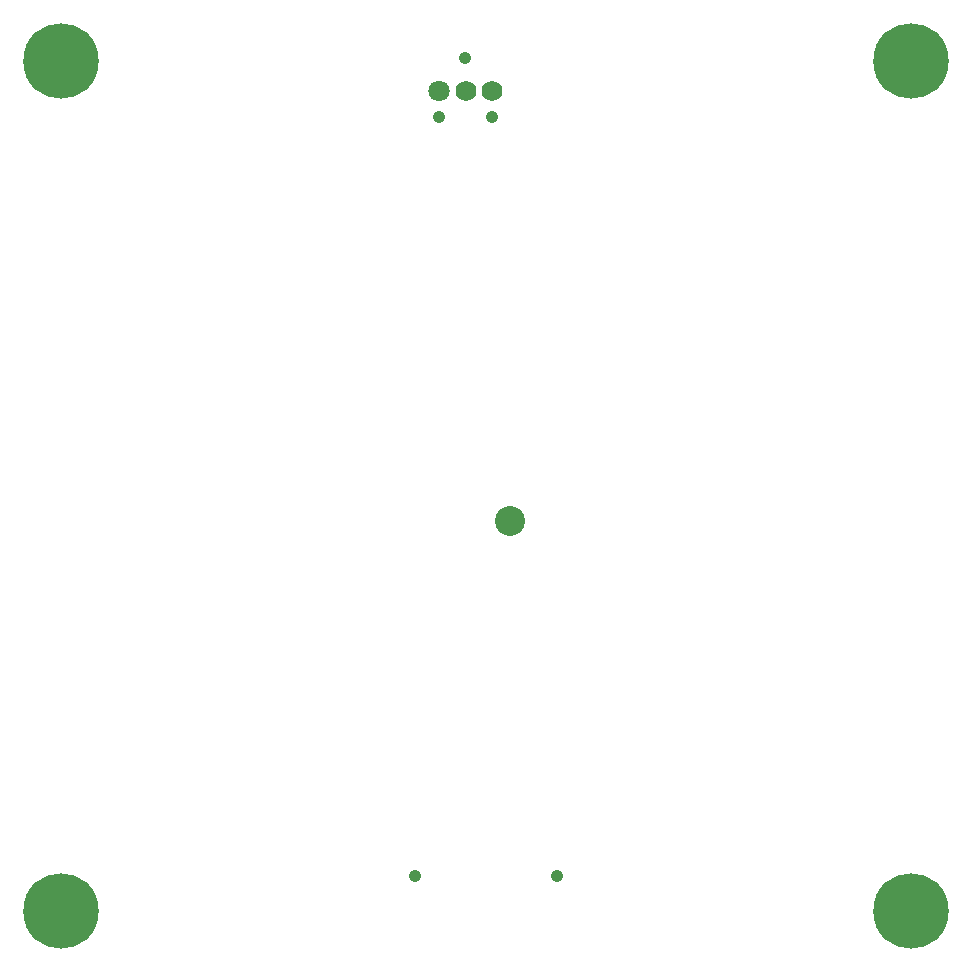
<source format=gbr>
G04 #@! TF.FileFunction,Soldermask,Bot*
%FSLAX46Y46*%
G04 Gerber Fmt 4.6, Leading zero omitted, Abs format (unit mm)*
G04 Created by KiCad (PCBNEW 4.0.7-e2-6376~58~ubuntu16.04.1) date Mon Apr 23 10:52:02 2018*
%MOMM*%
%LPD*%
G01*
G04 APERTURE LIST*
%ADD10C,0.100000*%
%ADD11C,1.040000*%
%ADD12C,1.564000*%
%ADD13C,2.540000*%
%ADD14C,6.390000*%
%ADD15C,1.760000*%
%ADD16C,1.800000*%
G04 APERTURE END LIST*
D10*
D11*
X148200000Y-63800000D03*
X150500000Y-68750000D03*
X156000000Y-133000000D03*
D12*
X152000000Y-103000000D03*
D13*
X152000000Y-103000000D03*
D14*
X114000000Y-136000000D03*
X186000000Y-136000000D03*
X114000000Y-64000000D03*
X186000000Y-64000000D03*
D11*
X144000000Y-133000000D03*
D15*
X148260000Y-66600000D03*
D11*
X146000000Y-68750000D03*
D15*
X150500000Y-66600000D03*
D16*
X146000000Y-66600000D03*
M02*

</source>
